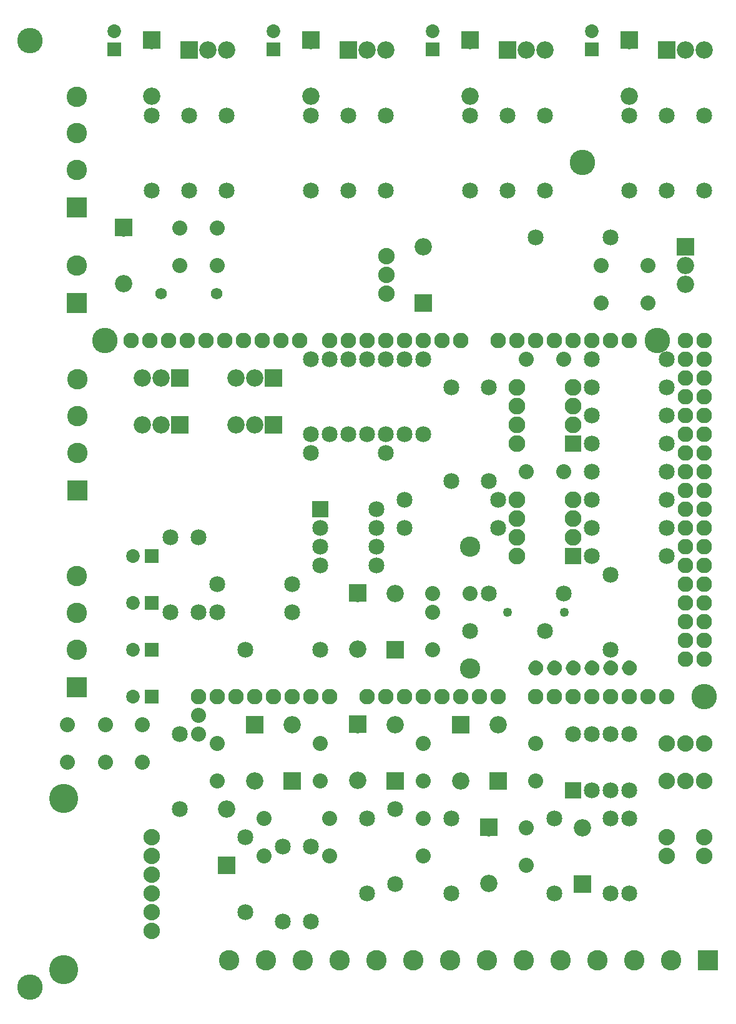
<source format=gbs>
G04 MADE WITH FRITZING*
G04 WWW.FRITZING.ORG*
G04 DOUBLE SIDED*
G04 HOLES PLATED*
G04 CONTOUR ON CENTER OF CONTOUR VECTOR*
%ASAXBY*%
%FSLAX23Y23*%
%MOIN*%
%OFA0B0*%
%SFA1.0B1.0*%
%ADD10C,0.108425*%
%ADD11C,0.085000*%
%ADD12C,0.049370*%
%ADD13C,0.135984*%
%ADD14C,0.092000*%
%ADD15C,0.080000*%
%ADD16C,0.082917*%
%ADD17C,0.155669*%
%ADD18C,0.088000*%
%ADD19C,0.061496*%
%ADD20C,0.089370*%
%ADD21C,0.072992*%
%ADD22C,0.109055*%
%ADD23R,0.085000X0.085000*%
%ADD24R,0.092000X0.092000*%
%ADD25R,0.089370X0.089370*%
%ADD26R,0.072992X0.072992*%
%ADD27R,0.109055X0.109055*%
%ADD28R,0.001000X0.001000*%
%LNMASK0*%
G90*
G70*
G54D10*
X2542Y1891D03*
X2542Y2541D03*
G54D11*
X1742Y2741D03*
X2042Y2741D03*
X1742Y2641D03*
X2042Y2641D03*
X1742Y2541D03*
X2042Y2541D03*
X1742Y2441D03*
X2042Y2441D03*
G54D12*
X3044Y2190D03*
X2742Y2191D03*
G54D11*
X3292Y1991D03*
X3292Y2391D03*
X1592Y2341D03*
X1192Y2341D03*
G54D13*
X3792Y1741D03*
X3542Y3641D03*
X592Y3641D03*
G54D14*
X992Y3441D03*
X892Y3441D03*
X792Y3441D03*
X1492Y3441D03*
X1392Y3441D03*
X1292Y3441D03*
X1492Y3191D03*
X1392Y3191D03*
X1292Y3191D03*
X992Y3191D03*
X892Y3191D03*
X792Y3191D03*
G54D15*
X1092Y1641D03*
X1092Y1541D03*
G54D11*
X1342Y591D03*
X1342Y991D03*
G54D16*
X2992Y1741D03*
X1392Y1741D03*
X3092Y1741D03*
X3192Y1741D03*
X3292Y1741D03*
X3392Y1741D03*
X3692Y3141D03*
X3492Y1741D03*
X3592Y1741D03*
X1432Y3641D03*
X1992Y1741D03*
X2092Y1741D03*
X2192Y1741D03*
X2292Y1741D03*
X3692Y2341D03*
X2392Y1741D03*
X2492Y1741D03*
X2592Y1741D03*
X2692Y1741D03*
X2192Y3641D03*
X3692Y3541D03*
X3692Y2741D03*
X3692Y1941D03*
X1032Y3641D03*
X1792Y1741D03*
X1792Y3641D03*
X3692Y3341D03*
X3692Y2941D03*
X3692Y2541D03*
X3392Y3641D03*
X3692Y2141D03*
X3292Y3641D03*
X3192Y3641D03*
X3092Y3641D03*
X2992Y3641D03*
X2892Y3641D03*
X2792Y3641D03*
X2692Y3641D03*
X832Y3641D03*
X1232Y3641D03*
X1632Y3641D03*
X1192Y1741D03*
X1592Y1741D03*
X2392Y3641D03*
X1992Y3641D03*
X3692Y3641D03*
X3692Y3441D03*
X3692Y3241D03*
X3692Y3041D03*
X3692Y2841D03*
X3692Y2641D03*
X3692Y2441D03*
X3692Y2241D03*
X3692Y2041D03*
X732Y3641D03*
X932Y3641D03*
X1132Y3641D03*
X1332Y3641D03*
X1532Y3641D03*
X1092Y1741D03*
X1292Y1741D03*
X1492Y1741D03*
X1692Y1741D03*
X2492Y3641D03*
X2292Y3641D03*
X2092Y3641D03*
X1892Y3641D03*
X3792Y3641D03*
X3792Y3541D03*
X3792Y3441D03*
X3792Y3341D03*
X3792Y3241D03*
X3792Y3141D03*
X3792Y3041D03*
X3792Y2941D03*
X3792Y2841D03*
X3792Y2741D03*
X3792Y2641D03*
X3792Y2541D03*
X3792Y2441D03*
X3792Y2341D03*
X3792Y2241D03*
X3792Y2141D03*
X3792Y2041D03*
X3792Y1941D03*
X2892Y1741D03*
G54D14*
X2292Y3841D03*
X2292Y4139D03*
G54D11*
X992Y1141D03*
X992Y1541D03*
G54D17*
X372Y284D03*
X370Y1195D03*
G54D13*
X192Y191D03*
X192Y5241D03*
X3142Y4591D03*
G54D18*
X842Y991D03*
X842Y891D03*
X842Y791D03*
X842Y691D03*
X842Y591D03*
X842Y491D03*
G54D11*
X3092Y1241D03*
X3092Y1541D03*
X3192Y1241D03*
X3192Y1541D03*
X3292Y1241D03*
X3292Y1541D03*
X3392Y1241D03*
X3392Y1541D03*
G54D18*
X3592Y1291D03*
X3692Y1291D03*
X3792Y1291D03*
X3792Y1491D03*
X3692Y1491D03*
X3592Y1491D03*
X2093Y3891D03*
X2093Y3991D03*
X2093Y4091D03*
G54D11*
X3292Y1091D03*
X3292Y691D03*
X3392Y1091D03*
X3392Y691D03*
G54D18*
X3592Y991D03*
X3592Y891D03*
X3792Y991D03*
X3792Y891D03*
G54D11*
X3592Y2491D03*
X3192Y2491D03*
X2292Y3541D03*
X2292Y3141D03*
X1792Y3541D03*
X1792Y3141D03*
X3592Y3091D03*
X3192Y3091D03*
X3592Y2941D03*
X3192Y2941D03*
X2092Y3541D03*
X2092Y3141D03*
X2092Y3041D03*
X1692Y3041D03*
X3592Y3541D03*
X3192Y3541D03*
G54D14*
X3692Y4141D03*
X3692Y4041D03*
X3692Y3941D03*
G54D15*
X1192Y4041D03*
X1192Y4241D03*
X3492Y4041D03*
X3492Y3841D03*
X992Y4041D03*
X992Y4241D03*
X3242Y4041D03*
X3242Y3841D03*
G54D14*
X692Y4241D03*
X692Y3943D03*
G54D19*
X892Y3891D03*
X1187Y3891D03*
G54D20*
X3092Y2491D03*
X2792Y2491D03*
X3092Y2591D03*
X2792Y2591D03*
X3092Y2691D03*
X2792Y2691D03*
X3092Y2791D03*
X2792Y2791D03*
X3092Y3091D03*
X2792Y3091D03*
X3092Y3191D03*
X2792Y3191D03*
X3092Y3291D03*
X2792Y3291D03*
X3092Y3391D03*
X2792Y3391D03*
G54D11*
X3592Y2641D03*
X3192Y2641D03*
X2192Y3541D03*
X2192Y3141D03*
X1892Y3541D03*
X1892Y3141D03*
X3592Y3241D03*
X3192Y3241D03*
X3592Y2791D03*
X3192Y2791D03*
X1992Y3541D03*
X1992Y3141D03*
X1692Y3541D03*
X1692Y3141D03*
X3592Y3391D03*
X3192Y3391D03*
G54D15*
X3042Y2941D03*
X2842Y2941D03*
X3042Y3541D03*
X2842Y3541D03*
G54D11*
X2192Y2641D03*
X2692Y2641D03*
X2642Y2891D03*
X2642Y3391D03*
X2692Y2791D03*
X2192Y2791D03*
X2442Y3391D03*
X2442Y2891D03*
X1192Y2191D03*
X1592Y2191D03*
X1092Y2191D03*
X1092Y2591D03*
X1342Y1991D03*
X1742Y1991D03*
X942Y2191D03*
X942Y2591D03*
G54D21*
X841Y1991D03*
X742Y1991D03*
X841Y2491D03*
X742Y2491D03*
X841Y1741D03*
X742Y1741D03*
X841Y2241D03*
X742Y2241D03*
G54D11*
X2642Y2291D03*
X3042Y2291D03*
X2142Y1141D03*
X2142Y741D03*
X1692Y941D03*
X1692Y541D03*
G54D15*
X1742Y1291D03*
X1742Y1491D03*
X1792Y1091D03*
X1792Y891D03*
X1192Y1291D03*
X1192Y1491D03*
X1442Y1091D03*
X1442Y891D03*
G54D11*
X1992Y691D03*
X1992Y1091D03*
X1542Y541D03*
X1542Y941D03*
G54D14*
X2142Y1291D03*
X2142Y1589D03*
X1392Y1589D03*
X1392Y1291D03*
X1592Y1291D03*
X1592Y1589D03*
X1242Y841D03*
X1242Y1139D03*
X2142Y1991D03*
X2142Y2289D03*
X1942Y1591D03*
X1942Y1293D03*
G54D22*
X443Y2841D03*
X443Y3038D03*
X443Y3235D03*
X443Y3432D03*
X3812Y332D03*
X3615Y332D03*
X3418Y332D03*
X3221Y332D03*
X3024Y332D03*
X2827Y332D03*
X2631Y332D03*
X2434Y332D03*
X2237Y332D03*
X2040Y332D03*
X1843Y332D03*
X1646Y332D03*
X1449Y332D03*
X1253Y332D03*
G54D15*
X2892Y1291D03*
X2892Y1491D03*
X792Y1591D03*
X792Y1391D03*
X2292Y1291D03*
X2292Y1491D03*
X392Y1591D03*
X392Y1391D03*
X593Y1591D03*
X593Y1391D03*
X2842Y1041D03*
X2842Y841D03*
X2292Y1091D03*
X2292Y891D03*
G54D11*
X2992Y691D03*
X2992Y1091D03*
X2442Y691D03*
X2442Y1091D03*
G54D14*
X3142Y741D03*
X3142Y1039D03*
X2692Y1291D03*
X2692Y1589D03*
X2642Y1041D03*
X2642Y743D03*
X2492Y1589D03*
X2492Y1291D03*
G54D11*
X3292Y4191D03*
X2892Y4191D03*
G54D15*
X2342Y2291D03*
X2542Y2291D03*
X2342Y2191D03*
X2342Y1991D03*
G54D11*
X2542Y2091D03*
X2942Y2091D03*
G54D14*
X1942Y2291D03*
X1942Y1993D03*
G54D11*
X842Y4441D03*
X842Y4841D03*
X2542Y4441D03*
X2542Y4841D03*
X1692Y4441D03*
X1692Y4841D03*
X3392Y4441D03*
X3392Y4841D03*
G54D21*
X642Y5193D03*
X642Y5291D03*
X2342Y5193D03*
X2342Y5291D03*
X1492Y5193D03*
X1492Y5291D03*
X3192Y5193D03*
X3192Y5291D03*
G54D14*
X842Y5241D03*
X842Y4943D03*
X2542Y5241D03*
X2542Y4943D03*
X1692Y5241D03*
X1692Y4943D03*
X3392Y5241D03*
X3392Y4943D03*
X1042Y5191D03*
X1142Y5191D03*
X1242Y5191D03*
X2742Y5191D03*
X2842Y5191D03*
X2942Y5191D03*
X1892Y5191D03*
X1992Y5191D03*
X2092Y5191D03*
X3592Y5191D03*
X3692Y5191D03*
X3792Y5191D03*
G54D11*
X1042Y4441D03*
X1042Y4841D03*
X2742Y4441D03*
X2742Y4841D03*
X1892Y4441D03*
X1892Y4841D03*
X3592Y4441D03*
X3592Y4841D03*
X1242Y4441D03*
X1242Y4841D03*
X2942Y4441D03*
X2942Y4841D03*
X2092Y4441D03*
X2092Y4841D03*
X3792Y4441D03*
X3792Y4841D03*
G54D22*
X442Y3841D03*
X442Y4038D03*
X442Y1791D03*
X442Y1988D03*
X442Y2185D03*
X442Y2382D03*
X442Y4351D03*
X442Y4548D03*
X442Y4745D03*
X442Y4941D03*
G54D23*
X1742Y2741D03*
G54D24*
X992Y3441D03*
X1492Y3441D03*
X1492Y3191D03*
X992Y3191D03*
X2292Y3840D03*
G54D23*
X3092Y1241D03*
G54D24*
X3692Y4141D03*
X692Y4242D03*
G54D25*
X3092Y2491D03*
X3092Y3091D03*
G54D26*
X841Y1991D03*
X841Y2491D03*
X841Y1741D03*
X841Y2241D03*
G54D24*
X2142Y1290D03*
X1392Y1590D03*
X1592Y1290D03*
X1242Y840D03*
X2142Y1990D03*
X1942Y1592D03*
G54D27*
X443Y2841D03*
X3812Y332D03*
G54D24*
X3142Y740D03*
X2692Y1290D03*
X2642Y1042D03*
X2492Y1590D03*
X1942Y2292D03*
G54D26*
X642Y5193D03*
X2342Y5193D03*
X1492Y5193D03*
X3192Y5193D03*
G54D24*
X842Y5242D03*
X2542Y5242D03*
X1692Y5242D03*
X3392Y5242D03*
X1042Y5191D03*
X2742Y5191D03*
X1892Y5191D03*
X3592Y5191D03*
G54D27*
X442Y3841D03*
X442Y1791D03*
X442Y4351D03*
G54D28*
X2886Y1932D02*
X2897Y1932D01*
X2986Y1932D02*
X2997Y1932D01*
X3086Y1932D02*
X3097Y1932D01*
X3186Y1932D02*
X3197Y1932D01*
X3286Y1932D02*
X3297Y1932D01*
X3386Y1932D02*
X3397Y1932D01*
X2882Y1931D02*
X2901Y1931D01*
X2982Y1931D02*
X3001Y1931D01*
X3082Y1931D02*
X3101Y1931D01*
X3182Y1931D02*
X3201Y1931D01*
X3282Y1931D02*
X3301Y1931D01*
X3382Y1931D02*
X3401Y1931D01*
X2879Y1930D02*
X2904Y1930D01*
X2979Y1930D02*
X3004Y1930D01*
X3079Y1930D02*
X3104Y1930D01*
X3179Y1930D02*
X3204Y1930D01*
X3279Y1930D02*
X3304Y1930D01*
X3379Y1930D02*
X3404Y1930D01*
X2877Y1929D02*
X2906Y1929D01*
X2977Y1929D02*
X3006Y1929D01*
X3077Y1929D02*
X3106Y1929D01*
X3177Y1929D02*
X3206Y1929D01*
X3277Y1929D02*
X3306Y1929D01*
X3377Y1929D02*
X3406Y1929D01*
X2875Y1928D02*
X2908Y1928D01*
X2975Y1928D02*
X3008Y1928D01*
X3075Y1928D02*
X3108Y1928D01*
X3175Y1928D02*
X3208Y1928D01*
X3275Y1928D02*
X3308Y1928D01*
X3375Y1928D02*
X3408Y1928D01*
X2873Y1927D02*
X2910Y1927D01*
X2973Y1927D02*
X3010Y1927D01*
X3073Y1927D02*
X3110Y1927D01*
X3173Y1927D02*
X3210Y1927D01*
X3273Y1927D02*
X3310Y1927D01*
X3373Y1927D02*
X3410Y1927D01*
X2872Y1926D02*
X2912Y1926D01*
X2972Y1926D02*
X3012Y1926D01*
X3072Y1926D02*
X3112Y1926D01*
X3172Y1926D02*
X3212Y1926D01*
X3272Y1926D02*
X3312Y1926D01*
X3372Y1926D02*
X3412Y1926D01*
X2870Y1925D02*
X2913Y1925D01*
X2970Y1925D02*
X3013Y1925D01*
X3070Y1925D02*
X3113Y1925D01*
X3170Y1925D02*
X3213Y1925D01*
X3270Y1925D02*
X3313Y1925D01*
X3370Y1925D02*
X3413Y1925D01*
X2869Y1924D02*
X2914Y1924D01*
X2969Y1924D02*
X3014Y1924D01*
X3069Y1924D02*
X3114Y1924D01*
X3169Y1924D02*
X3214Y1924D01*
X3269Y1924D02*
X3314Y1924D01*
X3369Y1924D02*
X3414Y1924D01*
X2868Y1923D02*
X2916Y1923D01*
X2968Y1923D02*
X3016Y1923D01*
X3068Y1923D02*
X3116Y1923D01*
X3168Y1923D02*
X3216Y1923D01*
X3268Y1923D02*
X3316Y1923D01*
X3368Y1923D02*
X3416Y1923D01*
X2867Y1922D02*
X2917Y1922D01*
X2967Y1922D02*
X3017Y1922D01*
X3067Y1922D02*
X3117Y1922D01*
X3167Y1922D02*
X3217Y1922D01*
X3267Y1922D02*
X3317Y1922D01*
X3367Y1922D02*
X3417Y1922D01*
X2865Y1921D02*
X2918Y1921D01*
X2965Y1921D02*
X3018Y1921D01*
X3065Y1921D02*
X3118Y1921D01*
X3165Y1921D02*
X3218Y1921D01*
X3265Y1921D02*
X3318Y1921D01*
X3365Y1921D02*
X3418Y1921D01*
X2864Y1920D02*
X2919Y1920D01*
X2964Y1920D02*
X3019Y1920D01*
X3064Y1920D02*
X3119Y1920D01*
X3164Y1920D02*
X3219Y1920D01*
X3264Y1920D02*
X3319Y1920D01*
X3364Y1920D02*
X3419Y1920D01*
X2863Y1919D02*
X2920Y1919D01*
X2963Y1919D02*
X3020Y1919D01*
X3063Y1919D02*
X3120Y1919D01*
X3163Y1919D02*
X3220Y1919D01*
X3263Y1919D02*
X3320Y1919D01*
X3363Y1919D02*
X3420Y1919D01*
X2863Y1918D02*
X2921Y1918D01*
X2963Y1918D02*
X3021Y1918D01*
X3063Y1918D02*
X3121Y1918D01*
X3163Y1918D02*
X3221Y1918D01*
X3263Y1918D02*
X3321Y1918D01*
X3363Y1918D02*
X3421Y1918D01*
X2862Y1917D02*
X2922Y1917D01*
X2962Y1917D02*
X3022Y1917D01*
X3062Y1917D02*
X3122Y1917D01*
X3162Y1917D02*
X3222Y1917D01*
X3262Y1917D02*
X3322Y1917D01*
X3362Y1917D02*
X3422Y1917D01*
X2861Y1916D02*
X2922Y1916D01*
X2961Y1916D02*
X3022Y1916D01*
X3061Y1916D02*
X3122Y1916D01*
X3161Y1916D02*
X3222Y1916D01*
X3261Y1916D02*
X3322Y1916D01*
X3361Y1916D02*
X3422Y1916D01*
X2860Y1915D02*
X2923Y1915D01*
X2960Y1915D02*
X3023Y1915D01*
X3060Y1915D02*
X3123Y1915D01*
X3160Y1915D02*
X3223Y1915D01*
X3260Y1915D02*
X3323Y1915D01*
X3360Y1915D02*
X3423Y1915D01*
X2859Y1914D02*
X2924Y1914D01*
X2959Y1914D02*
X3024Y1914D01*
X3059Y1914D02*
X3124Y1914D01*
X3159Y1914D02*
X3224Y1914D01*
X3259Y1914D02*
X3324Y1914D01*
X3359Y1914D02*
X3424Y1914D01*
X2859Y1913D02*
X2924Y1913D01*
X2959Y1913D02*
X3024Y1913D01*
X3059Y1913D02*
X3124Y1913D01*
X3159Y1913D02*
X3224Y1913D01*
X3259Y1913D02*
X3324Y1913D01*
X3359Y1913D02*
X3424Y1913D01*
X2858Y1912D02*
X2925Y1912D01*
X2958Y1912D02*
X3025Y1912D01*
X3058Y1912D02*
X3125Y1912D01*
X3158Y1912D02*
X3225Y1912D01*
X3258Y1912D02*
X3325Y1912D01*
X3358Y1912D02*
X3425Y1912D01*
X2857Y1911D02*
X2926Y1911D01*
X2957Y1911D02*
X3026Y1911D01*
X3057Y1911D02*
X3126Y1911D01*
X3157Y1911D02*
X3226Y1911D01*
X3257Y1911D02*
X3326Y1911D01*
X3357Y1911D02*
X3426Y1911D01*
X2857Y1910D02*
X2926Y1910D01*
X2957Y1910D02*
X3026Y1910D01*
X3057Y1910D02*
X3126Y1910D01*
X3157Y1910D02*
X3226Y1910D01*
X3257Y1910D02*
X3326Y1910D01*
X3357Y1910D02*
X3426Y1910D01*
X2856Y1909D02*
X2927Y1909D01*
X2956Y1909D02*
X3027Y1909D01*
X3056Y1909D02*
X3127Y1909D01*
X3156Y1909D02*
X3227Y1909D01*
X3256Y1909D02*
X3327Y1909D01*
X3356Y1909D02*
X3427Y1909D01*
X2856Y1908D02*
X2927Y1908D01*
X2956Y1908D02*
X3027Y1908D01*
X3056Y1908D02*
X3127Y1908D01*
X3156Y1908D02*
X3227Y1908D01*
X3256Y1908D02*
X3327Y1908D01*
X3356Y1908D02*
X3427Y1908D01*
X2855Y1907D02*
X2928Y1907D01*
X2955Y1907D02*
X3028Y1907D01*
X3055Y1907D02*
X3128Y1907D01*
X3155Y1907D02*
X3228Y1907D01*
X3255Y1907D02*
X3328Y1907D01*
X3355Y1907D02*
X3428Y1907D01*
X2855Y1906D02*
X2928Y1906D01*
X2955Y1906D02*
X3028Y1906D01*
X3055Y1906D02*
X3128Y1906D01*
X3155Y1906D02*
X3228Y1906D01*
X3255Y1906D02*
X3328Y1906D01*
X3355Y1906D02*
X3428Y1906D01*
X2855Y1905D02*
X2929Y1905D01*
X2955Y1905D02*
X3029Y1905D01*
X3055Y1905D02*
X3129Y1905D01*
X3155Y1905D02*
X3229Y1905D01*
X3255Y1905D02*
X3329Y1905D01*
X3355Y1905D02*
X3429Y1905D01*
X2854Y1904D02*
X2929Y1904D01*
X2954Y1904D02*
X3029Y1904D01*
X3054Y1904D02*
X3129Y1904D01*
X3154Y1904D02*
X3229Y1904D01*
X3254Y1904D02*
X3329Y1904D01*
X3354Y1904D02*
X3429Y1904D01*
X2854Y1903D02*
X2929Y1903D01*
X2954Y1903D02*
X3029Y1903D01*
X3054Y1903D02*
X3129Y1903D01*
X3154Y1903D02*
X3229Y1903D01*
X3254Y1903D02*
X3329Y1903D01*
X3354Y1903D02*
X3429Y1903D01*
X2854Y1902D02*
X2930Y1902D01*
X2954Y1902D02*
X3030Y1902D01*
X3054Y1902D02*
X3130Y1902D01*
X3154Y1902D02*
X3230Y1902D01*
X3254Y1902D02*
X3330Y1902D01*
X3354Y1902D02*
X3430Y1902D01*
X2853Y1901D02*
X2930Y1901D01*
X2953Y1901D02*
X3030Y1901D01*
X3053Y1901D02*
X3130Y1901D01*
X3153Y1901D02*
X3230Y1901D01*
X3253Y1901D02*
X3330Y1901D01*
X3353Y1901D02*
X3430Y1901D01*
X2853Y1900D02*
X2930Y1900D01*
X2953Y1900D02*
X3030Y1900D01*
X3053Y1900D02*
X3130Y1900D01*
X3153Y1900D02*
X3230Y1900D01*
X3253Y1900D02*
X3330Y1900D01*
X3353Y1900D02*
X3430Y1900D01*
X2853Y1899D02*
X2930Y1899D01*
X2953Y1899D02*
X3030Y1899D01*
X3053Y1899D02*
X3130Y1899D01*
X3153Y1899D02*
X3230Y1899D01*
X3253Y1899D02*
X3330Y1899D01*
X3353Y1899D02*
X3430Y1899D01*
X2853Y1898D02*
X2931Y1898D01*
X2953Y1898D02*
X3031Y1898D01*
X3053Y1898D02*
X3131Y1898D01*
X3153Y1898D02*
X3231Y1898D01*
X3253Y1898D02*
X3331Y1898D01*
X3353Y1898D02*
X3431Y1898D01*
X2852Y1897D02*
X2931Y1897D01*
X2952Y1897D02*
X3031Y1897D01*
X3052Y1897D02*
X3131Y1897D01*
X3152Y1897D02*
X3231Y1897D01*
X3252Y1897D02*
X3331Y1897D01*
X3352Y1897D02*
X3431Y1897D01*
X2852Y1896D02*
X2931Y1896D01*
X2952Y1896D02*
X3031Y1896D01*
X3052Y1896D02*
X3131Y1896D01*
X3152Y1896D02*
X3231Y1896D01*
X3252Y1896D02*
X3331Y1896D01*
X3352Y1896D02*
X3431Y1896D01*
X2852Y1895D02*
X2931Y1895D01*
X2952Y1895D02*
X3031Y1895D01*
X3052Y1895D02*
X3131Y1895D01*
X3152Y1895D02*
X3231Y1895D01*
X3252Y1895D02*
X3331Y1895D01*
X3352Y1895D02*
X3431Y1895D01*
X2852Y1894D02*
X2931Y1894D01*
X2952Y1894D02*
X3031Y1894D01*
X3052Y1894D02*
X3131Y1894D01*
X3152Y1894D02*
X3231Y1894D01*
X3252Y1894D02*
X3331Y1894D01*
X3352Y1894D02*
X3431Y1894D01*
X2852Y1893D02*
X2931Y1893D01*
X2952Y1893D02*
X3031Y1893D01*
X3052Y1893D02*
X3131Y1893D01*
X3152Y1893D02*
X3231Y1893D01*
X3252Y1893D02*
X3331Y1893D01*
X3352Y1893D02*
X3431Y1893D01*
X2852Y1892D02*
X2931Y1892D01*
X2952Y1892D02*
X3031Y1892D01*
X3052Y1892D02*
X3131Y1892D01*
X3152Y1892D02*
X3231Y1892D01*
X3252Y1892D02*
X3331Y1892D01*
X3352Y1892D02*
X3431Y1892D01*
X2852Y1891D02*
X2931Y1891D01*
X2952Y1891D02*
X3031Y1891D01*
X3052Y1891D02*
X3131Y1891D01*
X3152Y1891D02*
X3231Y1891D01*
X3252Y1891D02*
X3331Y1891D01*
X3352Y1891D02*
X3431Y1891D01*
X2852Y1890D02*
X2931Y1890D01*
X2952Y1890D02*
X3031Y1890D01*
X3052Y1890D02*
X3131Y1890D01*
X3152Y1890D02*
X3231Y1890D01*
X3252Y1890D02*
X3331Y1890D01*
X3352Y1890D02*
X3431Y1890D01*
X2852Y1889D02*
X2931Y1889D01*
X2952Y1889D02*
X3031Y1889D01*
X3052Y1889D02*
X3131Y1889D01*
X3152Y1889D02*
X3231Y1889D01*
X3252Y1889D02*
X3331Y1889D01*
X3352Y1889D02*
X3431Y1889D01*
X2852Y1888D02*
X2931Y1888D01*
X2952Y1888D02*
X3031Y1888D01*
X3052Y1888D02*
X3131Y1888D01*
X3152Y1888D02*
X3231Y1888D01*
X3252Y1888D02*
X3331Y1888D01*
X3352Y1888D02*
X3431Y1888D01*
X2853Y1887D02*
X2931Y1887D01*
X2953Y1887D02*
X3031Y1887D01*
X3053Y1887D02*
X3131Y1887D01*
X3153Y1887D02*
X3231Y1887D01*
X3253Y1887D02*
X3331Y1887D01*
X3353Y1887D02*
X3431Y1887D01*
X2853Y1886D02*
X2930Y1886D01*
X2953Y1886D02*
X3030Y1886D01*
X3053Y1886D02*
X3130Y1886D01*
X3153Y1886D02*
X3230Y1886D01*
X3253Y1886D02*
X3330Y1886D01*
X3353Y1886D02*
X3430Y1886D01*
X2853Y1885D02*
X2930Y1885D01*
X2953Y1885D02*
X3030Y1885D01*
X3053Y1885D02*
X3130Y1885D01*
X3153Y1885D02*
X3230Y1885D01*
X3253Y1885D02*
X3330Y1885D01*
X3353Y1885D02*
X3430Y1885D01*
X2853Y1884D02*
X2930Y1884D01*
X2953Y1884D02*
X3030Y1884D01*
X3053Y1884D02*
X3130Y1884D01*
X3153Y1884D02*
X3230Y1884D01*
X3253Y1884D02*
X3330Y1884D01*
X3353Y1884D02*
X3430Y1884D01*
X2854Y1883D02*
X2930Y1883D01*
X2954Y1883D02*
X3030Y1883D01*
X3054Y1883D02*
X3130Y1883D01*
X3154Y1883D02*
X3230Y1883D01*
X3254Y1883D02*
X3330Y1883D01*
X3354Y1883D02*
X3430Y1883D01*
X2854Y1882D02*
X2929Y1882D01*
X2954Y1882D02*
X3029Y1882D01*
X3054Y1882D02*
X3129Y1882D01*
X3154Y1882D02*
X3229Y1882D01*
X3254Y1882D02*
X3329Y1882D01*
X3354Y1882D02*
X3429Y1882D01*
X2854Y1881D02*
X2929Y1881D01*
X2954Y1881D02*
X3029Y1881D01*
X3054Y1881D02*
X3129Y1881D01*
X3154Y1881D02*
X3229Y1881D01*
X3254Y1881D02*
X3329Y1881D01*
X3354Y1881D02*
X3429Y1881D01*
X2855Y1880D02*
X2928Y1880D01*
X2955Y1880D02*
X3028Y1880D01*
X3055Y1880D02*
X3128Y1880D01*
X3155Y1880D02*
X3228Y1880D01*
X3255Y1880D02*
X3328Y1880D01*
X3355Y1880D02*
X3428Y1880D01*
X2855Y1879D02*
X2928Y1879D01*
X2955Y1879D02*
X3028Y1879D01*
X3055Y1879D02*
X3128Y1879D01*
X3155Y1879D02*
X3228Y1879D01*
X3255Y1879D02*
X3328Y1879D01*
X3355Y1879D02*
X3428Y1879D01*
X2856Y1878D02*
X2928Y1878D01*
X2956Y1878D02*
X3028Y1878D01*
X3056Y1878D02*
X3128Y1878D01*
X3156Y1878D02*
X3228Y1878D01*
X3256Y1878D02*
X3328Y1878D01*
X3356Y1878D02*
X3428Y1878D01*
X2856Y1877D02*
X2927Y1877D01*
X2956Y1877D02*
X3027Y1877D01*
X3056Y1877D02*
X3127Y1877D01*
X3156Y1877D02*
X3227Y1877D01*
X3256Y1877D02*
X3327Y1877D01*
X3356Y1877D02*
X3427Y1877D01*
X2857Y1876D02*
X2927Y1876D01*
X2957Y1876D02*
X3027Y1876D01*
X3057Y1876D02*
X3127Y1876D01*
X3157Y1876D02*
X3227Y1876D01*
X3257Y1876D02*
X3327Y1876D01*
X3357Y1876D02*
X3427Y1876D01*
X2857Y1875D02*
X2926Y1875D01*
X2957Y1875D02*
X3026Y1875D01*
X3057Y1875D02*
X3126Y1875D01*
X3157Y1875D02*
X3226Y1875D01*
X3257Y1875D02*
X3326Y1875D01*
X3357Y1875D02*
X3426Y1875D01*
X2858Y1874D02*
X2925Y1874D01*
X2958Y1874D02*
X3025Y1874D01*
X3058Y1874D02*
X3125Y1874D01*
X3158Y1874D02*
X3225Y1874D01*
X3258Y1874D02*
X3325Y1874D01*
X3358Y1874D02*
X3425Y1874D01*
X2858Y1873D02*
X2925Y1873D01*
X2958Y1873D02*
X3025Y1873D01*
X3058Y1873D02*
X3125Y1873D01*
X3158Y1873D02*
X3225Y1873D01*
X3258Y1873D02*
X3325Y1873D01*
X3358Y1873D02*
X3425Y1873D01*
X2859Y1872D02*
X2924Y1872D01*
X2959Y1872D02*
X3024Y1872D01*
X3059Y1872D02*
X3124Y1872D01*
X3159Y1872D02*
X3224Y1872D01*
X3259Y1872D02*
X3324Y1872D01*
X3359Y1872D02*
X3424Y1872D01*
X2860Y1871D02*
X2924Y1871D01*
X2960Y1871D02*
X3024Y1871D01*
X3060Y1871D02*
X3124Y1871D01*
X3160Y1871D02*
X3224Y1871D01*
X3260Y1871D02*
X3324Y1871D01*
X3360Y1871D02*
X3424Y1871D01*
X2860Y1870D02*
X2923Y1870D01*
X2960Y1870D02*
X3023Y1870D01*
X3060Y1870D02*
X3123Y1870D01*
X3160Y1870D02*
X3223Y1870D01*
X3260Y1870D02*
X3323Y1870D01*
X3360Y1870D02*
X3423Y1870D01*
X2861Y1869D02*
X2922Y1869D01*
X2961Y1869D02*
X3022Y1869D01*
X3061Y1869D02*
X3122Y1869D01*
X3161Y1869D02*
X3222Y1869D01*
X3261Y1869D02*
X3322Y1869D01*
X3361Y1869D02*
X3422Y1869D01*
X2862Y1868D02*
X2921Y1868D01*
X2962Y1868D02*
X3021Y1868D01*
X3062Y1868D02*
X3121Y1868D01*
X3162Y1868D02*
X3221Y1868D01*
X3262Y1868D02*
X3321Y1868D01*
X3362Y1868D02*
X3421Y1868D01*
X2863Y1867D02*
X2920Y1867D01*
X2963Y1867D02*
X3020Y1867D01*
X3063Y1867D02*
X3120Y1867D01*
X3163Y1867D02*
X3220Y1867D01*
X3263Y1867D02*
X3320Y1867D01*
X3363Y1867D02*
X3420Y1867D01*
X2864Y1866D02*
X2919Y1866D01*
X2964Y1866D02*
X3019Y1866D01*
X3064Y1866D02*
X3119Y1866D01*
X3164Y1866D02*
X3219Y1866D01*
X3264Y1866D02*
X3319Y1866D01*
X3364Y1866D02*
X3419Y1866D01*
X2865Y1865D02*
X2918Y1865D01*
X2965Y1865D02*
X3018Y1865D01*
X3065Y1865D02*
X3118Y1865D01*
X3165Y1865D02*
X3218Y1865D01*
X3265Y1865D02*
X3318Y1865D01*
X3365Y1865D02*
X3418Y1865D01*
X2866Y1864D02*
X2917Y1864D01*
X2966Y1864D02*
X3017Y1864D01*
X3066Y1864D02*
X3117Y1864D01*
X3166Y1864D02*
X3217Y1864D01*
X3266Y1864D02*
X3317Y1864D01*
X3366Y1864D02*
X3417Y1864D01*
X2867Y1863D02*
X2916Y1863D01*
X2967Y1863D02*
X3016Y1863D01*
X3067Y1863D02*
X3116Y1863D01*
X3167Y1863D02*
X3216Y1863D01*
X3267Y1863D02*
X3316Y1863D01*
X3367Y1863D02*
X3416Y1863D01*
X2868Y1862D02*
X2915Y1862D01*
X2968Y1862D02*
X3015Y1862D01*
X3068Y1862D02*
X3115Y1862D01*
X3168Y1862D02*
X3215Y1862D01*
X3268Y1862D02*
X3315Y1862D01*
X3368Y1862D02*
X3415Y1862D01*
X2869Y1861D02*
X2914Y1861D01*
X2969Y1861D02*
X3014Y1861D01*
X3069Y1861D02*
X3114Y1861D01*
X3169Y1861D02*
X3214Y1861D01*
X3269Y1861D02*
X3314Y1861D01*
X3369Y1861D02*
X3414Y1861D01*
X2871Y1860D02*
X2912Y1860D01*
X2971Y1860D02*
X3012Y1860D01*
X3071Y1860D02*
X3112Y1860D01*
X3171Y1860D02*
X3212Y1860D01*
X3271Y1860D02*
X3312Y1860D01*
X3371Y1860D02*
X3412Y1860D01*
X2872Y1859D02*
X2911Y1859D01*
X2972Y1859D02*
X3011Y1859D01*
X3072Y1859D02*
X3111Y1859D01*
X3172Y1859D02*
X3211Y1859D01*
X3272Y1859D02*
X3311Y1859D01*
X3372Y1859D02*
X3411Y1859D01*
X2874Y1858D02*
X2909Y1858D01*
X2974Y1858D02*
X3009Y1858D01*
X3074Y1858D02*
X3109Y1858D01*
X3174Y1858D02*
X3209Y1858D01*
X3274Y1858D02*
X3309Y1858D01*
X3374Y1858D02*
X3409Y1858D01*
X2876Y1857D02*
X2907Y1857D01*
X2976Y1857D02*
X3007Y1857D01*
X3076Y1857D02*
X3107Y1857D01*
X3176Y1857D02*
X3207Y1857D01*
X3276Y1857D02*
X3307Y1857D01*
X3376Y1857D02*
X3407Y1857D01*
X2878Y1856D02*
X2905Y1856D01*
X2978Y1856D02*
X3005Y1856D01*
X3078Y1856D02*
X3105Y1856D01*
X3178Y1856D02*
X3205Y1856D01*
X3278Y1856D02*
X3305Y1856D01*
X3378Y1856D02*
X3405Y1856D01*
X2880Y1855D02*
X2903Y1855D01*
X2980Y1855D02*
X3003Y1855D01*
X3080Y1855D02*
X3103Y1855D01*
X3180Y1855D02*
X3203Y1855D01*
X3280Y1855D02*
X3303Y1855D01*
X3380Y1855D02*
X3403Y1855D01*
X2883Y1854D02*
X2900Y1854D01*
X2983Y1854D02*
X3000Y1854D01*
X3083Y1854D02*
X3100Y1854D01*
X3183Y1854D02*
X3200Y1854D01*
X3283Y1854D02*
X3300Y1854D01*
X3383Y1854D02*
X3400Y1854D01*
X2888Y1853D02*
X2895Y1853D01*
X2988Y1853D02*
X2995Y1853D01*
X3088Y1853D02*
X3095Y1853D01*
X3188Y1853D02*
X3195Y1853D01*
X3288Y1853D02*
X3295Y1853D01*
X3388Y1853D02*
X3395Y1853D01*
D02*
G04 End of Mask0*
M02*
</source>
